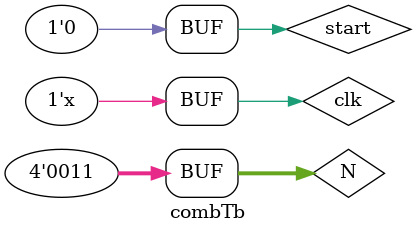
<source format=v>
`timescale 1ns/1ns
module combTb();

reg clk, rst, start;
wire Done;
reg [3:0]N;
wire [14:0]answer;

combToplevel comb_tb(clk, rst, start, N, Done, answer);

always
	repeat(5000)
	#30 clk = ~clk;


initial begin
	clk = 1'b0;
	start = 1'b1;
	//ex 1
	#95 N = 4'b0101;// N = 5
	#60 N = 4'b0011;// M = 3
	//ex 2
	//#95 N = 4'b1000; // N = 8
	//#60 N = 4'b0010; // M = 2
	//ex 3 
	//#95 N = 4'b0110; // N = 6
	//#60 N = 4'b0011; // M = 3
	start = 1'b0;

	
	
end



endmodule

</source>
